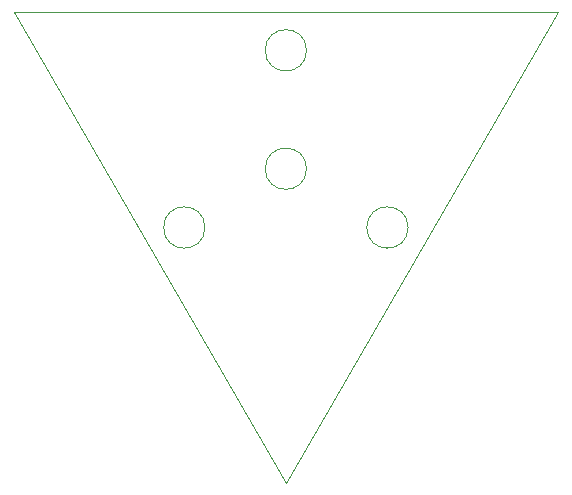
<source format=gm1>
G04 #@! TF.GenerationSoftware,KiCad,Pcbnew,6.0.11-2627ca5db0~126~ubuntu22.04.1*
G04 #@! TF.CreationDate,2023-11-05T13:22:14+01:00*
G04 #@! TF.ProjectId,powerBase,706f7765-7242-4617-9365-2e6b69636164,rev?*
G04 #@! TF.SameCoordinates,Original*
G04 #@! TF.FileFunction,Profile,NP*
%FSLAX46Y46*%
G04 Gerber Fmt 4.6, Leading zero omitted, Abs format (unit mm)*
G04 Created by KiCad (PCBNEW 6.0.11-2627ca5db0~126~ubuntu22.04.1) date 2023-11-05 13:22:14*
%MOMM*%
%LPD*%
G01*
G04 APERTURE LIST*
G04 #@! TA.AperFunction,Profile*
%ADD10C,0.100000*%
G04 #@! TD*
G04 APERTURE END LIST*
D10*
X127250000Y-64250000D02*
G75*
G03*
X127250000Y-64250000I-1750000J0D01*
G01*
X135850000Y-79250000D02*
G75*
G03*
X135850000Y-79250000I-1750000J0D01*
G01*
X127250000Y-74275000D02*
G75*
G03*
X127250000Y-74275000I-1750000J0D01*
G01*
X148500000Y-61000000D02*
X102500000Y-61000000D01*
X125500000Y-100850000D02*
X102500000Y-61000000D01*
X118650000Y-79250000D02*
G75*
G03*
X118650000Y-79250000I-1750000J0D01*
G01*
X148500000Y-61000000D02*
X125500000Y-100850000D01*
M02*

</source>
